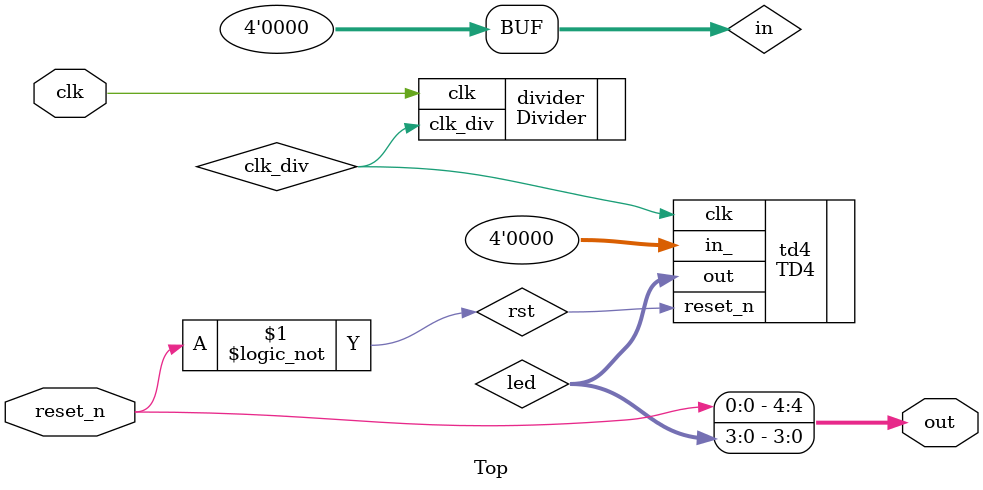
<source format=v>
`timescale 1ns / 1ps
module Top(
    input reset_n,
    input clk,
    output  [4:0] out
    );  
	 
	 wire clk_div;
	 wire rst;
	 wire [3:0] in;
	 wire [3:0] led;
	 
	 assign in = 0;
	 assign rst = !reset_n;
	 assign out[4] = reset_n;
	 Divider divider(
			.clk(clk),
			.clk_div(clk_div));
	 
	 TD4 td4(
        .reset_n(rst),
        .clk(clk_div),
        .in_(in),
        .out(led));
	assign out[3:0] = led;
endmodule

</source>
